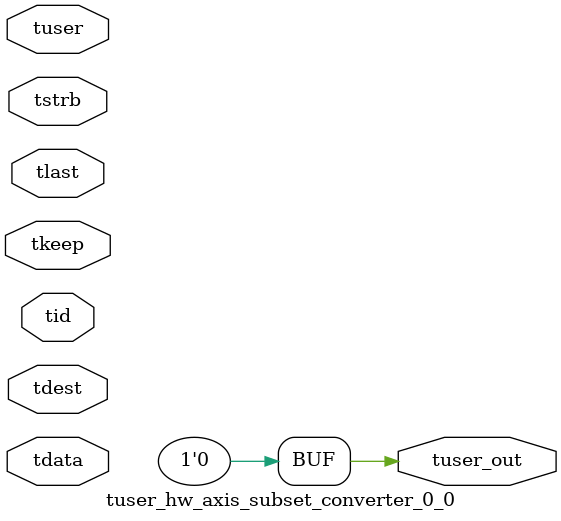
<source format=v>


`timescale 1ps/1ps

module tuser_hw_axis_subset_converter_0_0 #
(
parameter C_S_AXIS_TUSER_WIDTH = 1,
parameter C_S_AXIS_TDATA_WIDTH = 32,
parameter C_S_AXIS_TID_WIDTH   = 0,
parameter C_S_AXIS_TDEST_WIDTH = 0,
parameter C_M_AXIS_TUSER_WIDTH = 1
)
(
input  [(C_S_AXIS_TUSER_WIDTH == 0 ? 1 : C_S_AXIS_TUSER_WIDTH)-1:0     ] tuser,
input  [(C_S_AXIS_TDATA_WIDTH == 0 ? 1 : C_S_AXIS_TDATA_WIDTH)-1:0     ] tdata,
input  [(C_S_AXIS_TID_WIDTH   == 0 ? 1 : C_S_AXIS_TID_WIDTH)-1:0       ] tid,
input  [(C_S_AXIS_TDEST_WIDTH == 0 ? 1 : C_S_AXIS_TDEST_WIDTH)-1:0     ] tdest,
input  [(C_S_AXIS_TDATA_WIDTH/8)-1:0 ] tkeep,
input  [(C_S_AXIS_TDATA_WIDTH/8)-1:0 ] tstrb,
input                                                                    tlast,
output [C_M_AXIS_TUSER_WIDTH-1:0] tuser_out
);

assign tuser_out = {1'b0};

endmodule


</source>
